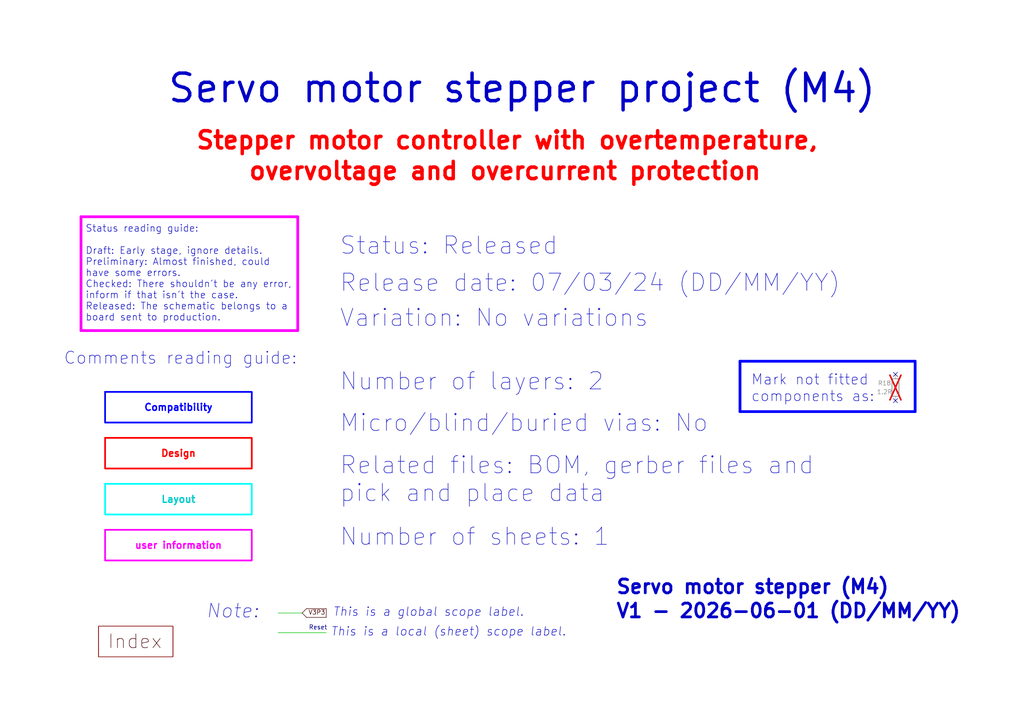
<source format=kicad_sch>
(kicad_sch (version 20230121) (generator eeschema)
  (paper "A4")
  (title_block (title "Servo motor stepper - M4  project") (date "2024-03-07") (rev "V1"))
  (lib_symbols
    (symbol "Device:R" (pin_numbers hide) (pin_names (offset 0))
      (property "Reference" "R" (at 2.032 0 90))
      (property "Value" "R" (at 0 0 90))
      (symbol "R_0_1"
        (rectangle (start -1.016 -2.54) (end 1.016 2.54) (stroke (width 0.254)))
      )
      (symbol "R_1_1"
        (pin passive line (at 0 3.81 270) (length 1.27) (name "~") (number "1"))
        (pin passive line (at 0 -3.81 90) (length 1.27) (name "~") (number "2"))
      )
    )
  )
  (no_connect (at 259.715 108.585))
  (no_connect (at 259.715 116.205))
  (polyline (pts (xy 88.9 176.53) (xy 94.615 176.53)) (stroke (width 0) (color 72 0 0 1)))
  (polyline (pts (xy 214.63 104.775) (xy 265.43 104.775)) (stroke (width 0.8) (type solid) (color 0 0 255 1)))
  (polyline (pts (xy 23.495 95.885) (xy 23.495 62.865)) (stroke (width 0.8) (color 255 0 255 1)))
  (polyline (pts (xy 80.645 177.8) (xy 87.63 177.8)) (stroke (width 0) (color 0 194 0 1)))
  (polyline (pts (xy 87.63 177.8) (xy 88.9 179.07)) (stroke (width 0) (color 72 0 0 1)))
  (polyline (pts (xy 86.36 95.885) (xy 23.495 95.885)) (stroke (width 0.8) (color 255 0 255 1)))
  (polyline (pts (xy 265.43 119.38) (xy 214.63 119.38)) (stroke (width 0.8) (type solid) (color 0 0 255 1)))
  (polyline (pts (xy 265.43 104.775) (xy 265.43 119.38)) (stroke (width 0.8) (type solid) (color 0 0 255 1)))
  (polyline (pts (xy 88.9 179.07) (xy 94.615 179.07)) (stroke (width 0) (color 72 0 0 1)))
  (polyline (pts (xy 23.495 62.865) (xy 86.36 62.865)) (stroke (width 0.8) (color 255 0 255 1)))
  (polyline (pts (xy 80.645 183.515) (xy 94.615 183.515)) (stroke (width 0) (color 0 194 0 1)))
  (polyline (pts (xy 86.36 62.865) (xy 86.36 95.885)) (stroke (width 0.8) (color 255 0 255 1)))
  (polyline (pts (xy 94.615 176.53) (xy 94.615 179.07)) (stroke (width 0) (color 72 0 0 1)))
  (polyline (pts (xy 214.63 119.38) (xy 214.63 104.775)) (stroke (width 0.8) (type solid) (color 0 0 255 1)))
  (polyline (pts (xy 87.63 177.8) (xy 88.9 176.53)) (stroke (width 0) (color 72 0 0 1)))
  (text_box "Design" (at 30.48 127 0) (size 42.545 8.89) (stroke (width 0.5) (color 255 0 0 1)) (effects (font (size 2 2) (thickness 0.4) bold)))
  (text_box "user information" (at 30.48 153.67 0) (size 42.545 8.89) (stroke (width 0.5) (color 255 0 255 1)) (effects (font (size 2 2) (thickness 0.4) bold)))
  (text_box "Compatibility" (at 30.48 113.665 0) (size 42.545 8.89) (stroke (width 0.5) (color 0 0 255 1)) (effects (font (size 2 2) (thickness 0.4) bold)))
  (text_box "Layout" (at 30.48 140.335 0) (size 42.545 8.89) (stroke (width 0.5) (color 0 255 255 1)) (effects (font (size 2 2) (thickness 0.4) bold)))
  (text "Variation: No variations" (at 98.425 95.25 0) (effects (font (size 5 5)) (justify left bottom)))
  (text "${REVISION} - ${CURRENT_DATE} (DD/MM/YY)" (at 178.435 179.705 0) (effects (font (size 4 4) (thickness 0.8) bold) (justify left bottom)))
  (text "Status reading guide:\n\nDraft: Early stage, ignore details.\nPreliminary: Almost finished, could\nhave some errors.\nChecked: There shouldn't be any error,\ninform if that isn't the case.\nReleased: The schematic belongs to a \nboard sent to production." (at 24.765 93.345 0) (effects (font (size 2 2)) (justify left bottom)))
  (text "Servo motor stepper project (M4)" (at 48.26 30.48 0) (effects (font (size 8 8) (thickness 1) bold) (justify left bottom)))
  (text "This is a global scope label." (at 96.52 179.07 0) (effects (font (size 2.5 2.5) italic) (justify left bottom)))
  (text "Micro/blind/buried vias: No" (at 98.425 125.73 0) (effects (font (size 5 5)) (justify left bottom)))
  (text "Status: Released" (at 98.425 74.295 0) (effects (font (size 5 5)) (justify left bottom)))
  (text "Comments reading guide:" (at 18.415 106.045 0) (effects (font (size 3.5 3.5)) (justify left bottom)))
  (text "overvoltage and overcurrent protection" (at 71.755 52.705 0) (effects (font (size 5 5) (thickness 1) bold) (justify left bottom)))
  (text "Reset" (at 89.535 182.88 0) (effects (font (size 1.27 1.27)) (justify left bottom)))
  (text "Note:" (at 59.69 179.705 0) (effects (font (size 4 4) italic) (justify left bottom)))
  (text "Stepper motor controller with overtemperature," (at 56.515 43.815 0) (effects (font (size 5 5) (thickness 1) bold) (justify left bottom)))
  (text "Related files: BOM, gerber files and\npick and place data" (at 98.425 146.05 0) (effects (font (size 5 5)) (justify left bottom)))
  (text "Number of sheets: 1" (at 98.425 158.75 0) (effects (font (size 5 5)) (justify left bottom)))
  (text "This is a local (sheet) scope label." (at 95.885 184.785 0) (effects (font (size 2.5 2.5) italic) (justify left bottom)))
  (text "Index" (at 31.115 188.595 0) (effects (font (size 4 4)) (justify left bottom)))
  (text "Mark not fitted\ncomponents as:" (at 217.805 116.84 0) (effects (font (size 3 3)) (justify left bottom)))
  (text "Number of layers: 2" (at 98.425 113.665 0) (effects (font (size 5 5)) (justify left bottom)))
  (text "Release date: 07/03/24 (DD/MM/YY)" (at 98.425 85.09 0) (effects (font (size 5 5)) (justify left bottom)))
  (text "V3P3" (at 89.408 178.562 0) (effects (font (size 1.27 1.27)) (justify left bottom)))
  (text "Servo motor stepper (M4)" (at 178.435 172.72 0) (effects (font (size 4 4) (thickness 0.8) bold) (justify left bottom)))
  (symbol (lib_id "Device:R") (at 259.715 112.395 0) (unit 1) (in_bom no) (on_board no) (dnp yes)
    (property "Reference" "R18" (at 256.54 111.125 0))
    (property "Value" "1.2R" (at 256.54 113.665 0))
    (property "Footprint" "Resistor_SMD:R_0402_1005Metric" (effects hide))
    (property "Sim.Enable" "0" (effects hide))
  )
  (sheet (at 28.575 181.61) (size 21.59 8.89) (stroke (width 0.1524))
    (property "Sheetname" "index" (effects hide))
    (property "Sheetfile" "index.kicad_sch" (effects hide))
  )
)
</source>
